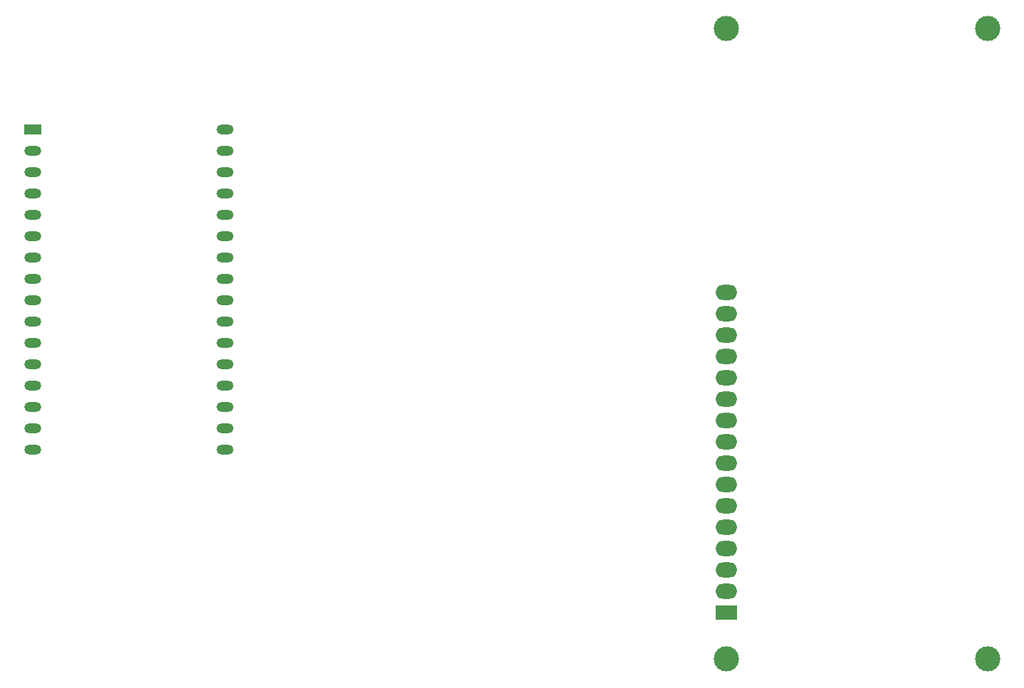
<source format=gbr>
%TF.GenerationSoftware,KiCad,Pcbnew,9.0.7-9.0.7~ubuntu24.04.1*%
%TF.CreationDate,2026-02-23T19:59:15-05:00*%
%TF.ProjectId,schematic,73636865-6d61-4746-9963-2e6b69636164,rev?*%
%TF.SameCoordinates,Original*%
%TF.FileFunction,Copper,L2,Bot*%
%TF.FilePolarity,Positive*%
%FSLAX46Y46*%
G04 Gerber Fmt 4.6, Leading zero omitted, Abs format (unit mm)*
G04 Created by KiCad (PCBNEW 9.0.7-9.0.7~ubuntu24.04.1) date 2026-02-23 19:59:15*
%MOMM*%
%LPD*%
G01*
G04 APERTURE LIST*
%TA.AperFunction,ComponentPad*%
%ADD10O,2.600000X1.800000*%
%TD*%
%TA.AperFunction,ComponentPad*%
%ADD11R,2.600000X1.800000*%
%TD*%
%TA.AperFunction,ComponentPad*%
%ADD12C,3.000000*%
%TD*%
%TA.AperFunction,ComponentPad*%
%ADD13R,2.000000X1.200000*%
%TD*%
%TA.AperFunction,ComponentPad*%
%ADD14O,2.000000X1.200000*%
%TD*%
G04 APERTURE END LIST*
D10*
%TO.P,DS1,16,LED(-)*%
%TO.N,Net-(DS1-LED(-))*%
X157500000Y-83900000D03*
%TO.P,DS1,15,LED(+)*%
%TO.N,Net-(DS1-LED(+))*%
X157500000Y-86440000D03*
%TO.P,DS1,14,D7*%
%TO.N,Net-(DS1-D7)*%
X157500000Y-88980000D03*
%TO.P,DS1,13,D6*%
%TO.N,Net-(DS1-D6)*%
X157500000Y-91520000D03*
%TO.P,DS1,12,D5*%
%TO.N,Net-(DS1-D5)*%
X157500000Y-94060000D03*
%TO.P,DS1,11,D4*%
%TO.N,Net-(DS1-D4)*%
X157500000Y-96600000D03*
%TO.P,DS1,10,D3*%
%TO.N,unconnected-(DS1-D3-Pad10)*%
X157500000Y-99140000D03*
%TO.P,DS1,9,D2*%
%TO.N,unconnected-(DS1-D2-Pad9)*%
X157500000Y-101680000D03*
%TO.P,DS1,8,D1*%
%TO.N,unconnected-(DS1-D1-Pad8)*%
X157500000Y-104220000D03*
%TO.P,DS1,7,D0*%
%TO.N,unconnected-(DS1-D0-Pad7)*%
X157500000Y-106760000D03*
%TO.P,DS1,6,E*%
%TO.N,Net-(DS1-E)*%
X157500000Y-109300000D03*
%TO.P,DS1,5,R/W*%
%TO.N,Net-(DS1-R{slash}W)*%
X157500000Y-111840000D03*
%TO.P,DS1,4,RS*%
%TO.N,Net-(DS1-RS)*%
X157500000Y-114380000D03*
%TO.P,DS1,3,VO*%
%TO.N,Net-(DS1-LED(-))*%
X157500000Y-116920000D03*
%TO.P,DS1,2,VDD*%
%TO.N,Net-(DS1-LED(+))*%
X157500000Y-119460000D03*
D11*
%TO.P,DS1,1,VSS*%
%TO.N,Net-(DS1-R{slash}W)*%
X157500000Y-122000000D03*
D12*
%TO.P,DS1,*%
%TO.N,*%
X157500000Y-52500000D03*
X188500700Y-52500520D03*
X188500700Y-127499100D03*
X157500000Y-127499100D03*
%TD*%
D13*
%TO.P,U1,1,3V3*%
%TO.N,unconnected-(U1-3V3-Pad1)*%
X75000000Y-64450000D03*
D14*
%TO.P,U1,2,EN/RESET*%
%TO.N,unconnected-(U1-EN{slash}RESET-Pad2)*%
X75000000Y-66990000D03*
%TO.P,U1,3,GPIO2/MTMS*%
%TO.N,Net-(DS1-D6)*%
X75000000Y-69530000D03*
%TO.P,U1,4,GPIO3/MTDI*%
%TO.N,Net-(DS1-D7)*%
X75000000Y-72070000D03*
%TO.P,U1,5,GPIO4/MTCK*%
%TO.N,unconnected-(U1-GPIO4{slash}MTCK-Pad5)*%
X75000000Y-74610000D03*
%TO.P,U1,6,GPIO5/MTDO*%
%TO.N,unconnected-(U1-GPIO5{slash}MTDO-Pad6)*%
X75000000Y-77150000D03*
%TO.P,U1,7,GPIO0*%
%TO.N,Net-(DS1-D4)*%
X75000000Y-79690000D03*
%TO.P,U1,8,GPIO1*%
%TO.N,Net-(DS1-D5)*%
X75000000Y-82230000D03*
%TO.P,U1,9,GPIO27*%
%TO.N,unconnected-(U1-GPIO27-Pad9)*%
X75000000Y-84770000D03*
%TO.P,U1,10,GPIO6*%
%TO.N,Net-(DS1-RS)*%
X75000000Y-87310000D03*
%TO.P,U1,11,GPIO7*%
%TO.N,Net-(DS1-E)*%
X75000000Y-89850000D03*
%TO.P,U1,12,GPIO26*%
%TO.N,unconnected-(U1-GPIO26-Pad12)*%
X75000000Y-92390000D03*
%TO.P,U1,13,GPIO25*%
%TO.N,unconnected-(U1-GPIO25-Pad13)*%
X75000000Y-94930000D03*
%TO.P,U1,14,5V*%
%TO.N,Net-(DS1-LED(+))*%
X75000000Y-97470000D03*
%TO.P,U1,15,GND*%
%TO.N,Net-(DS1-LED(-))*%
X75000000Y-100010000D03*
%TO.P,U1,16,NC*%
%TO.N,unconnected-(U1-NC-Pad16)*%
X75000000Y-102550000D03*
%TO.P,U1,17,NC*%
%TO.N,unconnected-(U1-NC-Pad17)*%
X97860000Y-102550000D03*
%TO.P,U1,18,GND*%
%TO.N,unconnected-(U1-GND-Pad18)*%
X97860000Y-100010000D03*
%TO.P,U1,19,GPIO13/USB_D-*%
%TO.N,unconnected-(U1-GPIO13{slash}USB_D--Pad19)*%
X97860000Y-97470000D03*
%TO.P,U1,20,GPIO14/USB_D+*%
%TO.N,unconnected-(U1-GPIO14{slash}USB_D+-Pad20)*%
X97860000Y-94930000D03*
%TO.P,U1,21,GND*%
%TO.N,unconnected-(U1-GND-Pad21)*%
X97860000Y-92390000D03*
%TO.P,U1,22,GPIO28*%
%TO.N,unconnected-(U1-GPIO28-Pad22)*%
X97860000Y-89850000D03*
%TO.P,U1,23,NC*%
%TO.N,unconnected-(U1-NC-Pad23)*%
X97860000Y-87310000D03*
%TO.P,U1,24,GPIO8*%
%TO.N,unconnected-(U1-GPIO8-Pad24)*%
X97860000Y-84770000D03*
%TO.P,U1,25,GPIO9*%
%TO.N,unconnected-(U1-GPIO9-Pad25)*%
X97860000Y-82230000D03*
%TO.P,U1,26,GPIO10*%
%TO.N,unconnected-(U1-GPIO10-Pad26)*%
X97860000Y-79690000D03*
%TO.P,U1,27,GPIO15*%
%TO.N,unconnected-(U1-GPIO15-Pad27)*%
X97860000Y-77150000D03*
%TO.P,U1,28,GPIO23*%
%TO.N,unconnected-(U1-GPIO23-Pad28)*%
X97860000Y-74610000D03*
%TO.P,U1,29,GPIO24*%
%TO.N,unconnected-(U1-GPIO24-Pad29)*%
X97860000Y-72070000D03*
%TO.P,U1,30,GPIO12/U0RXD*%
%TO.N,unconnected-(U1-GPIO12{slash}U0RXD-Pad30)*%
X97860000Y-69530000D03*
%TO.P,U1,31,GPIO11/U0TXD*%
%TO.N,unconnected-(U1-GPIO11{slash}U0TXD-Pad31)*%
X97860000Y-66990000D03*
%TO.P,U1,32,GND*%
%TO.N,Net-(DS1-R{slash}W)*%
X97860000Y-64450000D03*
%TD*%
M02*

</source>
